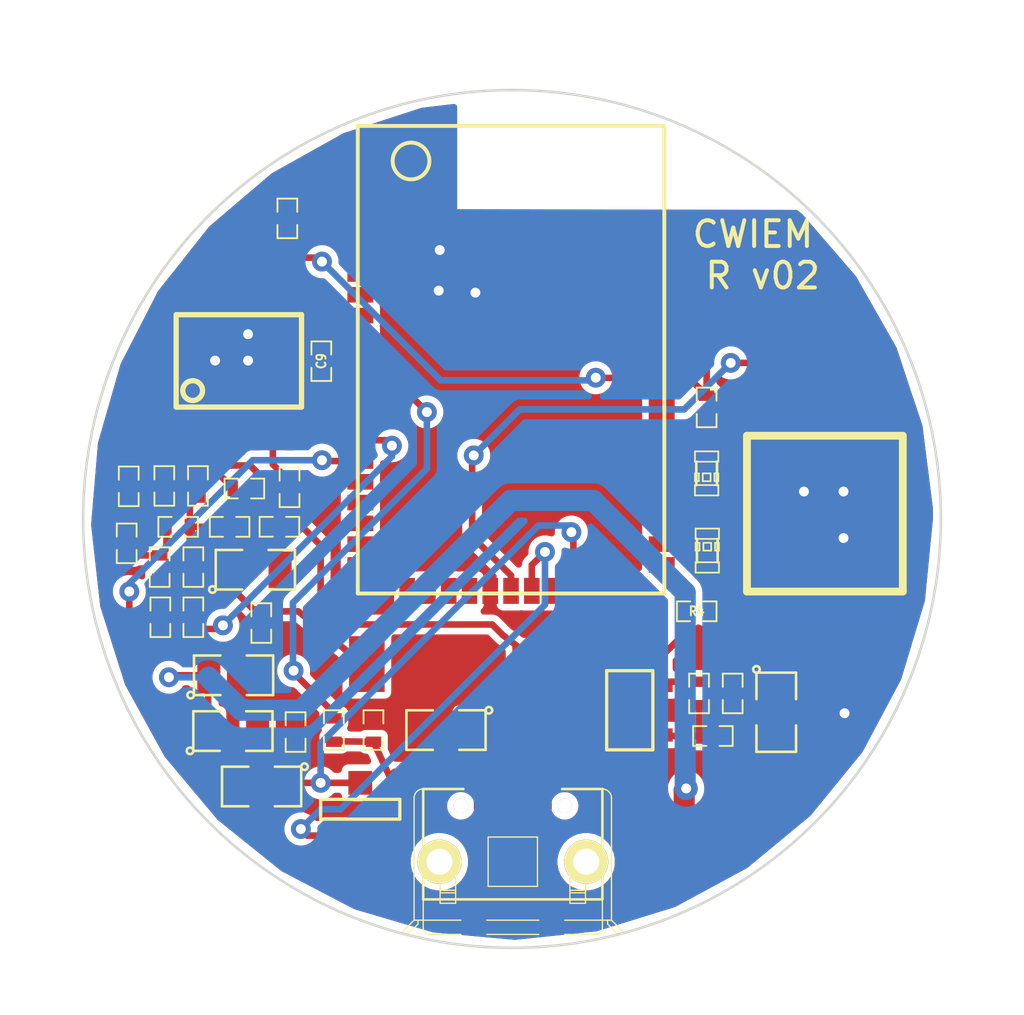
<source format=kicad_pcb>
(kicad_pcb (version 3) (host pcbnew "(2013-07-07 BZR 4022)-stable")
  (layers (15 F.Cu signal) (0 B.Cu signal) (19 F.Paste user) (21 F.SilkS user) (22 B.Mask user) (23 F.Mask user) (28 Edge.Cuts user))
  (net 0 "")
  (net 1 3.3V)
  (net 2 5V_USB)
  (net 3 AIO_1)
  (net 4 CHG_EXT)
  (net 5 GND)
  (net 6 N-0000032)
  (net 7 N-0000033)
  (net 8 N-0000047)
  (net 9 N-0000048)
  (net 10 N-0000049)
  (net 11 N-0000050)
  (net 12 N-0000051)
  (net 13 N-0000052)
  (net 14 N-0000053)
  (net 15 N-0000054)
  (net 16 N-0000055)
  (net 17 N-000006)
  (net 18 N-0000060)
  (net 19 N-0000061)
  (net 20 N-0000062)
  (net 21 N-000007)
  (net 22 N-0000070)
  (net 23 N-0000071)
  (net 24 SPKR_RN)
  (net 25 SPKR_RP)
  (net 26 VBAT)
  (net 27 VBAT_SENSE)
  (net 28 VREGEN)
  (module wbfk_pad (layer F.Cu) (at 198.882 137.414 90)
    (fp_text reference P7 hide)
    (fp_text value CONN_1 hide)
    (pad 1 smd rect (at 0 0 90) (size 1 1.5) (layers F.Cu F.Paste F.Mask) (net 18 N-0000060) (clearance 0.05))
  )
  (module wbfk_pad (layer F.Cu) (at 198.882 139.192 90)
    (fp_text reference P8 hide)
    (fp_text value CONN_1 hide)
    (pad 1 smd rect (at 0 0 90) (size 1 1.5) (layers F.Cu F.Paste F.Mask) (net 5 GND) (clearance 0.05))
  )
  (module TSSOP14 (layer F.Cu) (at 187.6044 125.9967)
    (fp_text reference U2 hide)
    (fp_text value TI_TPA6138A2 hide)
    (pad 1 smd rect (at -1.9304 2.794) (size 0.29972 1.30048) (layers F.Cu F.Paste F.Mask) (net 11 N-0000050))
    (pad 2 smd rect (at -1.2954 2.794) (size 0.29972 1.30048) (layers F.Cu F.Paste F.Mask) (net 19 N-0000061))
    (pad 3 smd rect (at -0.635 2.794) (size 0.29972 1.30048) (layers F.Cu F.Paste F.Mask) (net 20 N-0000062))
    (pad 4 smd rect (at 0 2.794) (size 0.29972 1.30048) (layers F.Cu F.Paste F.Mask) (net 5 GND))
    (pad 5 smd rect (at 0.6604 2.794) (size 0.29972 1.30048) (layers F.Cu F.Paste F.Mask))
    (pad 6 smd rect (at 1.3081 2.794) (size 0.29972 1.30048) (layers F.Cu F.Paste F.Mask) (net 16 N-0000055))
    (pad 7 smd rect (at 1.9558 2.794) (size 0.29972 1.30048) (layers F.Cu F.Paste F.Mask) (net 15 N-0000054))
    (pad 8 smd rect (at 1.9558 -2.794) (size 0.29972 1.30048) (layers F.Cu F.Paste F.Mask) (net 14 N-0000053))
    (pad 9 smd rect (at 1.3081 -2.794) (size 0.29972 1.30048) (layers F.Cu F.Paste F.Mask) (net 1 3.3V))
    (pad 10 smd rect (at 0.6604 -2.794) (size 0.29972 1.30048) (layers F.Cu F.Paste F.Mask) (net 5 GND))
    (pad 11 smd rect (at 0 -2.794) (size 0.29972 1.30048) (layers F.Cu F.Paste F.Mask))
    (pad 12 smd rect (at -0.6477 -2.794) (size 0.29972 1.30048) (layers F.Cu F.Paste F.Mask))
    (pad 13 smd rect (at -1.2954 -2.794) (size 0.29972 1.30048) (layers F.Cu F.Paste F.Mask))
    (pad 14 smd rect (at -1.9431 -2.794) (size 0.29972 1.30048) (layers F.Cu F.Paste F.Mask))
  )
  (module SW_PUSH_SMD (layer F.Cu) (at 210.16468 131.8768 90)
    (fp_text reference SW1 hide)
    (fp_text value SW_PUSH_SMALL hide)
    (pad 1 smd rect (at -3.99796 -2.2479 90) (size 1.5494 1.2954) (layers F.Cu F.Paste F.Mask) (net 28 VREGEN))
    (pad 1 smd rect (at 3.99796 -2.2479 90) (size 1.5494 1.2954) (layers F.Cu F.Paste F.Mask) (net 28 VREGEN))
    (pad 2 smd rect (at 3.99796 2.2479 90) (size 1.5494 1.2954) (layers F.Cu F.Paste F.Mask) (net 1 3.3V))
    (pad 2 smd rect (at -3.99796 2.2479 90) (size 1.5494 1.2954) (layers F.Cu F.Paste F.Mask) (net 1 3.3V))
  )
  (module SOT23EBC (layer F.Cu) (at 192.278 143.256 180)
    (fp_text reference Q3 hide)
    (fp_text value PNP hide)
    (pad 1 smd rect (at -0.889 -1.016 180) (size 0.9144 0.9144) (layers F.Cu F.Paste F.Mask) (net 2 5V_USB))
    (pad 2 smd rect (at 0.889 -1.016 180) (size 0.9144 0.9144) (layers F.Cu F.Paste F.Mask) (net 4 CHG_EXT))
    (pad 3 smd rect (at 0 1.016 180) (size 0.9144 0.9144) (layers F.Cu F.Paste F.Mask) (net 27 VBAT_SENSE))
  )
  (module SOT23-5 (layer F.Cu) (at 202.6539 139.446 270)
    (fp_text reference U3 hide)
    (fp_text value TPS73601DBVR hide)
    (pad 1 smd rect (at -0.9525 1.27 270) (size 0.508 0.762) (layers F.Cu F.Paste F.Mask) (net 26 VBAT))
    (pad 3 smd rect (at 0.9525 1.27 270) (size 0.508 0.762) (layers F.Cu F.Paste F.Mask) (net 26 VBAT))
    (pad 5 smd rect (at -0.9525 -1.27 270) (size 0.508 0.762) (layers F.Cu F.Paste F.Mask) (net 1 3.3V))
    (pad 2 smd rect (at 0 1.27 270) (size 0.508 0.762) (layers F.Cu F.Paste F.Mask) (net 5 GND))
    (pad 4 smd rect (at 0.9525 -1.27 270) (size 0.508 0.762) (layers F.Cu F.Paste F.Mask) (net 23 N-0000071))
  )
  (module SM0805 (layer F.Cu) (at 195.58 140.208 180)
    (fp_text reference C18 hide)
    (fp_text value 10uF hide)
    (pad 1 smd rect (at -0.9525 0 180) (size 0.889 1.397) (layers F.Cu F.Paste F.Mask) (net 2 5V_USB))
    (pad 2 smd rect (at 0.9525 0 180) (size 0.889 1.397) (layers F.Cu F.Paste F.Mask) (net 5 GND))
  )
  (module SM0805 (layer F.Cu) (at 188.2394 134.0358)
    (fp_text reference R18 hide)
    (fp_text value 20 hide)
    (pad 1 smd rect (at -0.9525 0) (size 0.889 1.397) (layers F.Cu F.Paste F.Mask) (net 12 N-0000051))
    (pad 2 smd rect (at 0.9525 0) (size 0.889 1.397) (layers F.Cu F.Paste F.Mask) (net 20 N-0000062))
  )
  (module SM0805 (layer F.Cu) (at 188.4807 142.3797 180)
    (fp_text reference R28 hide)
    (fp_text value 2 hide)
    (pad 1 smd rect (at -0.9525 0 180) (size 0.889 1.397) (layers F.Cu F.Paste F.Mask) (net 27 VBAT_SENSE))
    (pad 2 smd rect (at 0.9525 0 180) (size 0.889 1.397) (layers F.Cu F.Paste F.Mask) (net 26 VBAT))
  )
  (module SM0805 (layer F.Cu) (at 187.3758 140.2461)
    (fp_text reference R29 hide)
    (fp_text value 0.15 hide)
    (pad 1 smd rect (at -0.9525 0) (size 0.889 1.397) (layers F.Cu F.Paste F.Mask) (net 26 VBAT))
    (pad 2 smd rect (at 0.9525 0) (size 0.889 1.397) (layers F.Cu F.Paste F.Mask) (net 22 N-0000070))
  )
  (module SM0805 (layer F.Cu) (at 187.4012 138.0998)
    (fp_text reference C1 hide)
    (fp_text value 10uF hide)
    (pad 1 smd rect (at -0.9525 0) (size 0.889 1.397) (layers F.Cu F.Paste F.Mask) (net 26 VBAT))
    (pad 2 smd rect (at 0.9525 0) (size 0.889 1.397) (layers F.Cu F.Paste F.Mask) (net 5 GND))
  )
  (module SM0805 (layer F.Cu) (at 208.2927 139.5222 270)
    (fp_text reference C3 hide)
    (fp_text value 10uF hide)
    (pad 1 smd rect (at -0.9525 0 270) (size 0.889 1.397) (layers F.Cu F.Paste F.Mask) (net 1 3.3V))
    (pad 2 smd rect (at 0.9525 0 270) (size 0.889 1.397) (layers F.Cu F.Paste F.Mask) (net 5 GND))
  )
  (module SM0402_r (layer F.Cu) (at 185.8518 133.9342 270)
    (fp_text reference R15 hide)
    (fp_text value 15k hide)
    (pad 1 smd rect (at -0.44958 0 270) (size 0.39878 0.59944) (layers F.Cu F.Paste F.Mask) (net 13 N-0000052))
    (pad 2 smd rect (at 0.44958 0 270) (size 0.39878 0.59944) (layers F.Cu F.Paste F.Mask) (net 10 N-0000049))
  )
  (module SM0402_r (layer F.Cu) (at 184.5564 133.9342 270)
    (fp_text reference R13 hide)
    (fp_text value 15k hide)
    (pad 1 smd rect (at -0.44958 0 270) (size 0.39878 0.59944) (layers F.Cu F.Paste F.Mask) (net 8 N-0000047))
    (pad 2 smd rect (at 0.44958 0 270) (size 0.39878 0.59944) (layers F.Cu F.Paste F.Mask) (net 9 N-0000048))
  )
  (module SM0402_r (layer F.Cu) (at 205.3209 138.7983 270)
    (fp_text reference R1 hide)
    (fp_text value 52.3k hide)
    (pad 1 smd rect (at -0.44958 0 270) (size 0.39878 0.59944) (layers F.Cu F.Paste F.Mask) (net 1 3.3V))
    (pad 2 smd rect (at 0.44958 0 270) (size 0.39878 0.59944) (layers F.Cu F.Paste F.Mask) (net 23 N-0000071))
  )
  (module SM0402_r (layer F.Cu) (at 186.0296 130.81 270)
    (fp_text reference R16 hide)
    (fp_text value 43k hide)
    (pad 1 smd rect (at -0.44958 0 270) (size 0.39878 0.59944) (layers F.Cu F.Paste F.Mask) (net 19 N-0000061))
    (pad 2 smd rect (at 0.44958 0 270) (size 0.39878 0.59944) (layers F.Cu F.Paste F.Mask) (net 13 N-0000052))
  )
  (module SM0402_r (layer F.Cu) (at 183.2864 133.0198 270)
    (fp_text reference R12 hide)
    (fp_text value 30.1k hide)
    (pad 1 smd rect (at -0.44958 0 270) (size 0.39878 0.59944) (layers F.Cu F.Paste F.Mask) (net 5 GND))
    (pad 2 smd rect (at 0.44958 0 270) (size 0.39878 0.59944) (layers F.Cu F.Paste F.Mask) (net 8 N-0000047))
  )
  (module SM0402_r (layer F.Cu) (at 191.262 140.208 270)
    (fp_text reference R27 hide)
    (fp_text value 10k hide)
    (pad 1 smd rect (at -0.44958 0 270) (size 0.39878 0.59944) (layers F.Cu F.Paste F.Mask) (net 3 AIO_1))
    (pad 2 smd rect (at 0.44958 0 270) (size 0.39878 0.59944) (layers F.Cu F.Paste F.Mask) (net 2 5V_USB))
  )
  (module SM0402_r (layer F.Cu) (at 205.8543 140.4366)
    (fp_text reference R2 hide)
    (fp_text value 30.1k hide)
    (pad 1 smd rect (at -0.44958 0) (size 0.39878 0.59944) (layers F.Cu F.Paste F.Mask) (net 23 N-0000071))
    (pad 2 smd rect (at 0.44958 0) (size 0.39878 0.59944) (layers F.Cu F.Paste F.Mask) (net 5 GND))
  )
  (module SM0402_r (layer F.Cu) (at 184.7342 130.81 270)
    (fp_text reference R14 hide)
    (fp_text value 43k hide)
    (pad 1 smd rect (at -0.44958 0 270) (size 0.39878 0.59944) (layers F.Cu F.Paste F.Mask) (net 11 N-0000050))
    (pad 2 smd rect (at 0.44958 0 270) (size 0.39878 0.59944) (layers F.Cu F.Paste F.Mask) (net 8 N-0000047))
  )
  (module SM0402_r (layer F.Cu) (at 205.232 135.636 180)
    (fp_text reference R4 (at 0 0 180) (layer F.SilkS) (effects (font (size 0.35052 0.3048) (thickness 0.07112))))
    (fp_text value 240 hide)
    (pad 1 smd rect (at -0.44958 0 180) (size 0.39878 0.59944) (layers F.Cu F.Paste F.Mask) (net 7 N-0000033))
    (pad 2 smd rect (at 0.44958 0 180) (size 0.39878 0.59944) (layers F.Cu F.Paste F.Mask) (net 1 3.3V))
  )
  (module SM0402_r (layer F.Cu) (at 205.613 127.7874 90)
    (fp_text reference R3 hide)
    (fp_text value 240 hide)
    (pad 1 smd rect (at -0.44958 0 90) (size 0.39878 0.59944) (layers F.Cu F.Paste F.Mask) (net 6 N-0000032))
    (pad 2 smd rect (at 0.44958 0 90) (size 0.39878 0.59944) (layers F.Cu F.Paste F.Mask) (net 1 3.3V))
  )
  (module SM0402_r (layer F.Cu) (at 187.2488 132.3848 180)
    (fp_text reference R17 hide)
    (fp_text value 30.1k hide)
    (pad 1 smd rect (at -0.44958 0 180) (size 0.39878 0.59944) (layers F.Cu F.Paste F.Mask) (net 20 N-0000062))
    (pad 2 smd rect (at 0.44958 0 180) (size 0.39878 0.59944) (layers F.Cu F.Paste F.Mask) (net 13 N-0000052))
  )
  (module SM0402_c (layer F.Cu) (at 189.1665 132.38226)
    (fp_text reference C16 hide)
    (fp_text value 1.5uF hide)
    (pad 1 smd rect (at -0.44958 0) (size 0.39878 0.59944) (layers F.Cu F.Paste F.Mask) (net 20 N-0000062))
    (pad 2 smd rect (at 0.44958 0) (size 0.39878 0.59944) (layers F.Cu F.Paste F.Mask) (net 18 N-0000060))
  )
  (module SM0402_c (layer F.Cu) (at 192.786 140.208 90)
    (fp_text reference C19 hide)
    (fp_text value 0.1uF hide)
    (pad 1 smd rect (at -0.44958 0 90) (size 0.39878 0.59944) (layers F.Cu F.Paste F.Mask) (net 2 5V_USB))
    (pad 2 smd rect (at 0.44958 0 90) (size 0.39878 0.59944) (layers F.Cu F.Paste F.Mask) (net 5 GND))
  )
  (module SM0402_c (layer F.Cu) (at 206.6163 138.7983 270)
    (fp_text reference C2 hide)
    (fp_text value 1uF hide)
    (pad 1 smd rect (at -0.44958 0 270) (size 0.39878 0.59944) (layers F.Cu F.Paste F.Mask) (net 1 3.3V))
    (pad 2 smd rect (at 0.44958 0 270) (size 0.39878 0.59944) (layers F.Cu F.Paste F.Mask) (net 23 N-0000071))
  )
  (module SM0402_c (layer F.Cu) (at 189.7888 140.2842 90)
    (fp_text reference C20 hide)
    (fp_text value 4.7uF hide)
    (pad 1 smd rect (at -0.44958 0 90) (size 0.39878 0.59944) (layers F.Cu F.Paste F.Mask) (net 22 N-0000070))
    (pad 2 smd rect (at 0.44958 0 90) (size 0.39878 0.59944) (layers F.Cu F.Paste F.Mask) (net 5 GND))
  )
  (module SM0402_c (layer F.Cu) (at 189.55512 130.86334 270)
    (fp_text reference C12 hide)
    (fp_text value 1.0uF hide)
    (pad 1 smd rect (at -0.44958 0 270) (size 0.39878 0.59944) (layers F.Cu F.Paste F.Mask) (net 16 N-0000055))
    (pad 2 smd rect (at 0.44958 0 270) (size 0.39878 0.59944) (layers F.Cu F.Paste F.Mask) (net 5 GND))
  )
  (module SM0402_c (layer F.Cu) (at 187.81776 130.90906)
    (fp_text reference C15 hide)
    (fp_text value 47pF hide)
    (pad 1 smd rect (at -0.44958 0) (size 0.39878 0.59944) (layers F.Cu F.Paste F.Mask) (net 19 N-0000061))
    (pad 2 smd rect (at 0.44958 0) (size 0.39878 0.59944) (layers F.Cu F.Paste F.Mask) (net 20 N-0000062))
  )
  (module SM0402_c (layer F.Cu) (at 188.468 136.08812 270)
    (fp_text reference C17 hide)
    (fp_text value 3.3uF hide)
    (pad 1 smd rect (at -0.44958 0 270) (size 0.39878 0.59944) (layers F.Cu F.Paste F.Mask) (net 12 N-0000051))
    (pad 2 smd rect (at 0.44958 0 270) (size 0.39878 0.59944) (layers F.Cu F.Paste F.Mask) (net 5 GND))
  )
  (module SM0402_c (layer F.Cu) (at 183.36514 130.82524 270)
    (fp_text reference C10 hide)
    (fp_text value 47pF hide)
    (pad 1 smd rect (at -0.44958 0 270) (size 0.39878 0.59944) (layers F.Cu F.Paste F.Mask) (net 11 N-0000050))
    (pad 2 smd rect (at 0.44958 0 270) (size 0.39878 0.59944) (layers F.Cu F.Paste F.Mask) (net 5 GND))
  )
  (module SM0402_c (layer F.Cu) (at 184.5818 135.8646 90)
    (fp_text reference C11 hide)
    (fp_text value 0.1uF hide)
    (pad 1 smd rect (at -0.44958 0 90) (size 0.39878 0.59944) (layers F.Cu F.Paste F.Mask) (net 25 SPKR_RP))
    (pad 2 smd rect (at 0.44958 0 90) (size 0.39878 0.59944) (layers F.Cu F.Paste F.Mask) (net 9 N-0000048))
  )
  (module SM0402_c (layer F.Cu) (at 185.8518 135.8646 90)
    (fp_text reference C14 hide)
    (fp_text value 0.1uF hide)
    (pad 1 smd rect (at -0.44958 0 90) (size 0.39878 0.59944) (layers F.Cu F.Paste F.Mask) (net 24 SPKR_RN))
    (pad 2 smd rect (at 0.44958 0 90) (size 0.39878 0.59944) (layers F.Cu F.Paste F.Mask) (net 10 N-0000049))
  )
  (module SM0402_c (layer F.Cu) (at 185.2676 132.3848 180)
    (fp_text reference C13 hide)
    (fp_text value 180pF hide)
    (pad 1 smd rect (at -0.44958 0 180) (size 0.39878 0.59944) (layers F.Cu F.Paste F.Mask) (net 13 N-0000052))
    (pad 2 smd rect (at 0.44958 0 180) (size 0.39878 0.59944) (layers F.Cu F.Paste F.Mask) (net 8 N-0000047))
  )
  (module SM0402_c (layer F.Cu) (at 189.4713 120.5103 90)
    (fp_text reference C6 hide)
    (fp_text value 1.0uF hide)
    (pad 1 smd rect (at -0.44958 0 90) (size 0.39878 0.59944) (layers F.Cu F.Paste F.Mask) (net 1 3.3V))
    (pad 2 smd rect (at 0.44958 0 90) (size 0.39878 0.59944) (layers F.Cu F.Paste F.Mask) (net 5 GND))
  )
  (module SM0402_c (layer F.Cu) (at 190.7794 126.00686 270)
    (fp_text reference C9 (at 0 0 270) (layer F.SilkS) (effects (font (size 0.35052 0.3048) (thickness 0.07112))))
    (fp_text value 1.0uF hide)
    (pad 1 smd rect (at -0.44958 0 270) (size 0.39878 0.59944) (layers F.Cu F.Paste F.Mask) (net 14 N-0000053))
    (pad 2 smd rect (at 0.44958 0 270) (size 0.39878 0.59944) (layers F.Cu F.Paste F.Mask) (net 15 N-0000054))
  )
  (module LED-0603 (layer F.Cu) (at 205.613 130.3274 270)
    (fp_text reference D2 hide)
    (fp_text value LED hide)
    (pad 1 smd rect (at -0.7493 0 270) (size 0.79756 0.79756) (layers F.Cu F.Paste F.Mask) (net 6 N-0000032))
    (pad 2 smd rect (at 0.7493 0 270) (size 0.79756 0.79756) (layers F.Cu F.Paste F.Mask) (net 17 N-000006))
  )
  (module LED-0603 (layer F.Cu) (at 205.6384 133.2992 90)
    (fp_text reference D3 hide)
    (fp_text value LED hide)
    (pad 1 smd rect (at -0.7493 0 90) (size 0.79756 0.79756) (layers F.Cu F.Paste F.Mask) (net 7 N-0000033))
    (pad 2 smd rect (at 0.7493 0 90) (size 0.79756 0.79756) (layers F.Cu F.Paste F.Mask) (net 21 N-000007))
  )
  (module ci_pad (layer F.Cu) (at 192.532 137.668)
    (fp_text reference P9 hide)
    (fp_text value CONN_1 hide)
    (pad 1 smd rect (at 0 0) (size 1.37 2.15) (layers F.Cu F.Paste F.Mask) (net 12 N-0000051) (clearance 0.05))
  )
  (module ci_pad (layer F.Cu) (at 196.088 137.668)
    (fp_text reference P12 hide)
    (fp_text value CONN_1 hide)
    (pad 1 smd rect (at 0 0) (size 1.37 2.15) (layers F.Cu F.Paste F.Mask) (net 5 GND) (clearance 0.05))
  )
  (module BC127 (layer F.Cu) (at 192.28308 117.85092)
    (fp_text reference U1 hide)
    (fp_text value BC127 hide)
    (pad 1 smd rect (at 0 0) (size 1 0.6) (layers F.Cu F.Paste F.Mask) (net 5 GND) (clearance 0.05))
    (pad 2 smd rect (at 0 0.8) (size 1 0.6) (layers F.Cu F.Paste F.Mask) (net 5 GND) (clearance 0.05))
    (pad 3 smd rect (at 0 1.6) (size 1 0.6) (layers F.Cu F.Paste F.Mask) (net 5 GND) (clearance 0.05))
    (pad 4 smd rect (at 0 2.4) (size 1 0.6) (layers F.Cu F.Paste F.Mask) (net 5 GND) (clearance 0.05))
    (pad 5 smd rect (at 0 3.2) (size 1 0.6) (layers F.Cu F.Paste F.Mask) (clearance 0.05))
    (pad 6 smd rect (at 0 4) (size 1 0.6) (layers F.Cu F.Paste F.Mask) (clearance 0.05))
    (pad 7 smd rect (at 0 4.8) (size 1 0.6) (layers F.Cu F.Paste F.Mask) (clearance 0.05))
    (pad 8 smd rect (at 0 5.6) (size 1 0.6) (layers F.Cu F.Paste F.Mask) (clearance 0.05))
    (pad 9 smd rect (at 0 6.4) (size 1 0.6) (layers F.Cu F.Paste F.Mask) (clearance 0.05))
    (pad 10 smd rect (at 0 7.2) (size 1 0.6) (layers F.Cu F.Paste F.Mask) (clearance 0.05))
    (pad 11 smd rect (at 0 8) (size 1 0.6) (layers F.Cu F.Paste F.Mask) (net 5 GND) (clearance 0.05))
    (pad 12 smd rect (at 0 8.8) (size 1 0.6) (layers F.Cu F.Paste F.Mask) (net 3 AIO_1) (clearance 0.05))
    (pad 13 smd rect (at 0 9.6) (size 1 0.6) (layers F.Cu F.Paste F.Mask) (clearance 0.05))
    (pad 14 smd rect (at 0 10.4) (size 1 0.6) (layers F.Cu F.Paste F.Mask) (clearance 0.05))
    (pad 15 smd rect (at 0 11.2) (size 1 0.6) (layers F.Cu F.Paste F.Mask) (net 24 SPKR_RN) (clearance 0.05))
    (pad 16 smd rect (at 0 12) (size 1 0.6) (layers F.Cu F.Paste F.Mask) (net 25 SPKR_RP) (clearance 0.05))
    (pad 17 smd rect (at 0 12.8) (size 1 0.6) (layers F.Cu F.Paste F.Mask) (clearance 0.05))
    (pad 18 smd rect (at 0 13.6) (size 1 0.6) (layers F.Cu F.Paste F.Mask) (clearance 0.05))
    (pad 19 smd rect (at 0 14.4) (size 1 0.6) (layers F.Cu F.Paste F.Mask) (clearance 0.05))
    (pad 20 smd rect (at 0 15.2) (size 1 0.6) (layers F.Cu F.Paste F.Mask) (clearance 0.05))
    (pad 21 smd rect (at 0 16) (size 1 0.6) (layers F.Cu F.Paste F.Mask) (clearance 0.05))
    (pad 22 smd rect (at 1 17 90) (size 1 0.6) (layers F.Cu F.Paste F.Mask) (net 5 GND) (clearance 0.05))
    (pad 23 smd rect (at 1.8 17 90) (size 1 0.6) (layers F.Cu F.Paste F.Mask) (clearance 0.05))
    (pad 24 smd rect (at 2.6 17 90) (size 1 0.6) (layers F.Cu F.Paste F.Mask) (clearance 0.05))
    (pad 25 smd rect (at 3.4 17 90) (size 1 0.6) (layers F.Cu F.Paste F.Mask))
    (pad 26 smd rect (at 4.2 17 90) (size 1 0.6) (layers F.Cu F.Paste F.Mask))
    (pad 27 smd rect (at 5 17 90) (size 1 0.6) (layers F.Cu F.Paste F.Mask) (net 5 GND))
    (pad 28 smd rect (at 5.8 17 90) (size 1 0.6) (layers F.Cu F.Paste F.Mask) (net 28 VREGEN))
    (pad 29 smd rect (at 6.6 17 90) (size 1 0.6) (layers F.Cu F.Paste F.Mask) (net 4 CHG_EXT))
    (pad 30 smd rect (at 7.4 17 90) (size 1 0.6) (layers F.Cu F.Paste F.Mask))
    (pad 31 smd rect (at 8.2 17 90) (size 1 0.6) (layers F.Cu F.Paste F.Mask) (net 27 VBAT_SENSE))
    (pad 32 smd rect (at 9 17 90) (size 1 0.6) (layers F.Cu F.Paste F.Mask) (net 26 VBAT))
    (pad 33 smd rect (at 9.8 17 90) (size 1 0.6) (layers F.Cu F.Paste F.Mask) (net 1 3.3V))
    (pad 34 smd rect (at 10.6 17 90) (size 1 0.6) (layers F.Cu F.Paste F.Mask))
    (pad 35 smd rect (at 11.6 16) (size 1 0.6) (layers F.Cu F.Paste F.Mask))
    (pad 36 smd rect (at 11.6 15.2) (size 1 0.6) (layers F.Cu F.Paste F.Mask))
    (pad 37 smd rect (at 11.6 14.4) (size 1 0.6) (layers F.Cu F.Paste F.Mask) (net 21 N-000007))
    (pad 38 smd rect (at 11.6 13.6) (size 1 0.6) (layers F.Cu F.Paste F.Mask) (net 17 N-000006))
    (pad 39 smd rect (at 11.6 12.8) (size 1 0.6) (layers F.Cu F.Paste F.Mask))
    (pad 40 smd rect (at 11.6 12) (size 1 0.6) (layers F.Cu F.Paste F.Mask))
    (pad 41 smd rect (at 11.6 11.2) (size 1 0.6) (layers F.Cu F.Paste F.Mask))
    (pad 42 smd rect (at 11.6 10.4) (size 1 0.6) (layers F.Cu F.Paste F.Mask))
    (pad 43 smd rect (at 11.6 9.6) (size 1 0.6) (layers F.Cu F.Paste F.Mask))
    (pad 44 smd rect (at 11.6 8.8) (size 1 0.6) (layers F.Cu F.Paste F.Mask) (net 1 3.3V))
    (pad 45 smd rect (at 11.6 8) (size 1 0.6) (layers F.Cu F.Paste F.Mask))
    (pad 46 smd rect (at 11.6 7.2) (size 1 0.6) (layers F.Cu F.Paste F.Mask))
    (pad 47 smd rect (at 11.6 6.4) (size 1 0.6) (layers F.Cu F.Paste F.Mask))
    (pad 48 smd rect (at 11.6 5.6) (size 1 0.6) (layers F.Cu F.Paste F.Mask))
    (pad 49 smd rect (at 11.6 4.8) (size 1 0.6) (layers F.Cu F.Paste F.Mask))
    (pad 50 smd rect (at 11.6 4) (size 1 0.6) (layers F.Cu F.Paste F.Mask))
    (pad 51 smd rect (at 11.6 3.2) (size 1 0.6) (layers F.Cu F.Paste F.Mask))
  )
  (module "BA Driver Pad" (layer F.Cu) (at 204.7494 144.3609)
    (fp_text reference P1 hide)
    (fp_text value CONN_1 hide)
    (pad 1 smd rect (at 0 0) (size 1.1 1.2) (layers F.Cu F.Paste F.Mask) (net 26 VBAT) (clearance 0.05))
  )
  (module "BA Driver Pad" (layer F.Cu) (at 206.8068 142.9893)
    (fp_text reference P2 hide)
    (fp_text value CONN_1 hide)
    (pad 1 smd rect (at 0 0) (size 1.1 1.2) (layers F.Cu F.Paste F.Mask) (net 5 GND) (clearance 0.05))
  )
  (module AB2_USB_MICRO_SMD (layer F.Cu) (at 198.15048 148.02612)
    (fp_text reference J1 hide)
    (fp_text value USB hide)
    (pad 1 smd rect (at -1.3 -5.425) (size 0.4 1.35) (layers F.Cu F.Paste F.Mask) (net 2 5V_USB))
    (pad 2 smd rect (at -0.65 -5.425) (size 0.4 1.35) (layers F.Cu F.Paste F.Mask))
    (pad 3 smd rect (at 0 -5.425) (size 0.4 1.35) (layers F.Cu F.Paste F.Mask))
    (pad 4 smd rect (at 0.65 -5.425) (size 0.4 1.35) (layers F.Cu F.Paste F.Mask) (net 5 GND))
    (pad 5 smd rect (at 1.3 -5.425) (size 0.4 1.35) (layers F.Cu F.Paste F.Mask))
    (pad 6 thru_hole circle (at -2.825 -2.75) (size 1.7 1.7) (drill 1) (layers *.Cu *.Mask F.SilkS))
    (pad 6 thru_hole circle (at 2.825 -2.75) (size 1.7 1.7) (drill 1) (layers *.Cu *.Mask F.SilkS))
    (pad "" thru_hole circle (at -2 -4.9) (size 0.55 0.55) (drill 0.55) (layers *.Cu *.Mask F.SilkS))
    (pad "" thru_hole circle (at 1.99898 -4.9) (size 0.55 0.55) (drill 0.55) (layers *.Cu *.Mask F.SilkS))
  )
  (gr_text "CWIEM \nR v02" (at 207.772 121.92) (layer F.SilkS) (effects (font (size 0.992 0.992) (thickness 0.1524))))
  (gr_circle (center 198.12 132.08) (end 214.63 132.08) (layer Edge.Cuts) (width 0.1))
  (segment (start 212.41258 135.87476) (end 212.41258 127.87884) (width 0.254) (layer F.Cu) (net 1))
  (segment (start 212.41258 127.87884) (end 212.41258 127.2286) (width 0.254) (layer F.Cu) (net 1))
  (segment (start 205.613 125.57506) (end 205.613 127.33782) (width 0.254) (layer F.Cu) (net 1))
  (segment (start 206.248 124.94006) (end 205.613 125.57506) (width 0.254) (layer F.Cu) (net 1))
  (segment (start 210.12404 124.94006) (end 206.248 124.94006) (width 0.254) (layer F.Cu) (net 1))
  (segment (start 212.41258 127.2286) (end 210.12404 124.94006) (width 0.254) (layer F.Cu) (net 1))
  (segment (start 203.88308 126.65092) (end 201.35232 126.65092) (width 0.254) (layer F.Cu) (net 1))
  (segment (start 188.91504 122.0216) (end 188.9125 122.02414) (width 0.254) (layer F.Cu) (net 1))
  (segment (start 190.6524 122.0216) (end 188.91504 122.0216) (width 0.254) (layer F.Cu) (net 1))
  (segment (start 190.8048 122.174) (end 190.6524 122.0216) (width 0.254) (layer F.Cu) (net 1))
  (via (at 190.8048 122.174) (size 0.762) (layers F.Cu B.Cu) (net 1))
  (segment (start 195.3768 126.746) (end 190.8048 122.174) (width 0.254) (layer B.Cu) (net 1))
  (segment (start 201.2442 126.746) (end 195.3768 126.746) (width 0.254) (layer B.Cu) (net 1))
  (segment (start 201.3458 126.6444) (end 201.2442 126.746) (width 0.254) (layer B.Cu) (net 1))
  (via (at 201.3458 126.6444) (size 0.762) (layers F.Cu B.Cu) (net 1))
  (segment (start 201.35232 126.65092) (end 201.3458 126.6444) (width 0.254) (layer F.Cu) (net 1))
  (segment (start 203.9239 137.3251) (end 203.8985 137.3251) (width 0.254) (layer F.Cu) (net 1))
  (segment (start 203.8985 137.3251) (end 202.08308 135.50968) (width 0.254) (layer F.Cu) (net 1))
  (segment (start 202.08308 135.50968) (end 202.08308 134.85092) (width 0.254) (layer F.Cu) (net 1))
  (segment (start 203.9239 138.4935) (end 203.9239 137.3251) (width 0.254) (layer F.Cu) (net 1))
  (segment (start 203.9239 137.3251) (end 204.78242 136.46658) (width 0.254) (layer F.Cu) (net 1))
  (segment (start 204.78242 136.46658) (end 204.78242 135.636) (width 0.254) (layer F.Cu) (net 1))
  (segment (start 205.3209 138.34872) (end 204.06868 138.34872) (width 0.254) (layer F.Cu) (net 1))
  (segment (start 204.06868 138.34872) (end 203.9239 138.4935) (width 0.254) (layer F.Cu) (net 1))
  (segment (start 205.3209 138.34872) (end 206.6163 138.34872) (width 0.254) (layer F.Cu) (net 1))
  (segment (start 208.2927 138.5697) (end 207.4164 138.5697) (width 0.254) (layer F.Cu) (net 1))
  (segment (start 207.19542 138.34872) (end 206.6163 138.34872) (width 0.254) (layer F.Cu) (net 1))
  (segment (start 207.4164 138.5697) (end 207.19542 138.34872) (width 0.254) (layer F.Cu) (net 1))
  (segment (start 212.41258 135.87476) (end 212.41258 136.58342) (width 0.254) (layer F.Cu) (net 1))
  (segment (start 210.4263 138.5697) (end 208.2927 138.5697) (width 0.254) (layer F.Cu) (net 1))
  (segment (start 212.41258 136.58342) (end 210.4263 138.5697) (width 0.254) (layer F.Cu) (net 1))
  (segment (start 205.613 127.33782) (end 205.613 127.3302) (width 0.254) (layer F.Cu) (net 1))
  (segment (start 205.613 127.3302) (end 204.93372 126.65092) (width 0.254) (layer F.Cu) (net 1))
  (segment (start 204.93372 126.65092) (end 203.88308 126.65092) (width 0.254) (layer F.Cu) (net 1))
  (segment (start 189.4713 120.95988) (end 189.4713 121.46534) (width 0.254) (layer F.Cu) (net 1))
  (segment (start 189.4713 121.46534) (end 188.9125 122.02414) (width 0.254) (layer F.Cu) (net 1))
  (segment (start 188.9125 122.02414) (end 188.9125 123.2027) (width 0.254) (layer F.Cu) (net 1))
  (segment (start 193.20256 143.8021) (end 195.06692 141.93774) (width 0.508) (layer F.Cu) (net 2))
  (segment (start 195.06692 141.93774) (end 195.326 141.93774) (width 0.508) (layer F.Cu) (net 2))
  (segment (start 193.1924 143.8021) (end 193.20256 143.8021) (width 0.508) (layer F.Cu) (net 2))
  (segment (start 195.326 141.93774) (end 193.65214 141.93774) (width 0.508) (layer F.Cu) (net 2))
  (segment (start 195.83146 141.93774) (end 196.1871 141.93774) (width 0.254) (layer F.Cu) (net 2))
  (segment (start 195.326 141.93774) (end 195.83146 141.93774) (width 0.508) (layer F.Cu) (net 2))
  (segment (start 196.1871 141.93774) (end 196.85048 142.60112) (width 0.254) (layer F.Cu) (net 2))
  (segment (start 193.65214 141.93774) (end 193.38036 141.93774) (width 0.254) (layer F.Cu) (net 2))
  (segment (start 193.38036 141.93774) (end 192.786 140.65758) (width 0.254) (layer F.Cu) (net 2))
  (segment (start 193.167 144.272) (end 192.8749 144.1196) (width 0.254) (layer F.Cu) (net 2))
  (segment (start 192.8749 144.1196) (end 193.1924 143.8021) (width 0.254) (layer F.Cu) (net 2))
  (segment (start 192.786 140.65758) (end 191.27978 140.6398) (width 0.254) (layer F.Cu) (net 2))
  (segment (start 191.27978 140.6398) (end 191.262 140.65758) (width 0.254) (layer F.Cu) (net 2))
  (segment (start 196.85048 142.60112) (end 196.85048 140.84348) (width 0.254) (layer F.Cu) (net 2))
  (segment (start 196.85048 140.84348) (end 196.5325 140.208) (width 0.254) (layer F.Cu) (net 2))
  (segment (start 191.262 139.75842) (end 191.24168 139.52728) (width 0.254) (layer F.Cu) (net 3))
  (segment (start 193.52912 126.65092) (end 192.28308 126.65092) (width 0.254) (layer F.Cu) (net 3))
  (segment (start 194.8434 127.9652) (end 193.52912 126.65092) (width 0.254) (layer F.Cu) (net 3))
  (via (at 194.8434 127.9652) (size 0.762) (layers F.Cu B.Cu) (net 3))
  (segment (start 194.8434 130.1496) (end 194.8434 127.9652) (width 0.254) (layer B.Cu) (net 3))
  (segment (start 189.6872 135.3058) (end 194.8434 130.1496) (width 0.254) (layer B.Cu) (net 3))
  (segment (start 189.6872 137.8966) (end 189.6872 135.3058) (width 0.254) (layer B.Cu) (net 3))
  (segment (start 189.7126 137.922) (end 189.6872 137.8966) (width 0.254) (layer B.Cu) (net 3))
  (via (at 189.7126 137.922) (size 0.762) (layers F.Cu B.Cu) (net 3))
  (segment (start 189.7126 137.9982) (end 189.7126 137.922) (width 0.254) (layer F.Cu) (net 3))
  (segment (start 191.24168 139.52728) (end 189.7126 137.9982) (width 0.254) (layer F.Cu) (net 3))
  (segment (start 191.389 144.272) (end 190.246 144.272) (width 0.254) (layer F.Cu) (net 4))
  (segment (start 198.88308 133.85692) (end 198.88308 134.85092) (width 0.254) (layer F.Cu) (net 4))
  (segment (start 199.39 133.35) (end 198.88308 133.85692) (width 0.254) (layer F.Cu) (net 4))
  (via (at 199.39 133.35) (size 0.762) (layers F.Cu B.Cu) (net 4))
  (segment (start 199.39 135.382) (end 199.39 133.35) (width 0.254) (layer B.Cu) (net 4))
  (segment (start 191.516 143.256) (end 199.39 135.382) (width 0.254) (layer B.Cu) (net 4))
  (segment (start 190.754 143.256) (end 191.516 143.256) (width 0.254) (layer B.Cu) (net 4))
  (segment (start 189.992 144.018) (end 190.754 143.256) (width 0.254) (layer B.Cu) (net 4))
  (via (at 189.992 144.018) (size 0.762) (layers F.Cu B.Cu) (net 4))
  (segment (start 190.246 144.272) (end 189.992 144.018) (width 0.254) (layer F.Cu) (net 4))
  (segment (start 187.96 124.968) (end 187.96 125.984) (width 0.254) (layer F.Cu) (net 5))
  (via (at 187.96 125.984) (size 0.762) (layers F.Cu B.Cu) (net 5))
  (segment (start 187.6044 126.8984) (end 187.6044 128.7907) (width 0.254) (layer F.Cu) (net 5))
  (via (at 186.69 125.984) (size 0.762) (layers F.Cu B.Cu) (net 5))
  (segment (start 187.6044 126.8984) (end 186.69 125.984) (width 0.254) (layer F.Cu) (net 5))
  (segment (start 187.96 125.984) (end 186.69 125.984) (width 0.254) (layer F.Cu) (net 5))
  (via (at 187.96 124.968) (size 0.762) (layers F.Cu B.Cu) (net 5))
  (segment (start 195.3006 123.2916) (end 196.6341 123.2916) (width 0.254) (layer F.Cu) (net 5))
  (segment (start 195.3387 123.2535) (end 195.3006 123.2916) (width 0.254) (layer F.Cu) (net 5))
  (via (at 195.3006 123.2916) (size 0.762) (layers F.Cu B.Cu) (net 5))
  (segment (start 192.28308 120.25092) (end 193.86012 120.25092) (width 0.254) (layer F.Cu) (net 5))
  (via (at 195.3387 121.7295) (size 0.762) (layers F.Cu B.Cu) (net 5))
  (segment (start 193.86012 120.25092) (end 195.3387 121.7295) (width 0.254) (layer F.Cu) (net 5))
  (segment (start 195.3387 121.7295) (end 195.3387 123.2535) (width 0.254) (layer F.Cu) (net 5))
  (via (at 196.7103 123.3678) (size 0.762) (layers F.Cu B.Cu) (net 5))
  (segment (start 196.6341 123.2916) (end 196.7103 123.3678) (width 0.254) (layer F.Cu) (net 5))
  (segment (start 209.3595 131.0259) (end 210.8835 131.0259) (width 0.254) (layer F.Cu) (net 5))
  (via (at 210.8835 131.0259) (size 0.762) (layers F.Cu B.Cu) (net 5))
  (segment (start 210.0072 140.4747) (end 208.2927 140.4747) (width 0.254) (layer F.Cu) (net 5))
  (via (at 210.8835 132.8166) (size 0.762) (layers F.Cu B.Cu) (net 5))
  (segment (start 210.8835 139.5222) (end 210.8835 132.8166) (width 0.254) (layer B.Cu) (net 5))
  (segment (start 210.9216 139.5603) (end 210.8835 139.5222) (width 0.254) (layer B.Cu) (net 5))
  (via (at 210.9216 139.5603) (size 0.762) (layers F.Cu B.Cu) (net 5))
  (segment (start 210.0072 140.4747) (end 210.9216 139.5603) (width 0.254) (layer F.Cu) (net 5))
  (segment (start 210.8835 131.0259) (end 210.8835 132.8166) (width 0.254) (layer F.Cu) (net 5))
  (via (at 209.3595 131.0259) (size 0.762) (layers F.Cu B.Cu) (net 5))
  (segment (start 205.613 128.23698) (end 205.613 129.5781) (width 0.254) (layer F.Cu) (net 6))
  (segment (start 205.6384 134.0485) (end 205.6384 135.59282) (width 0.254) (layer F.Cu) (net 7))
  (segment (start 205.6384 135.59282) (end 205.68158 135.636) (width 0.254) (layer F.Cu) (net 7))
  (segment (start 184.5564 133.48462) (end 183.30164 133.48462) (width 0.254) (layer F.Cu) (net 8))
  (segment (start 183.30164 133.48462) (end 183.2864 133.46938) (width 0.254) (layer F.Cu) (net 8))
  (segment (start 184.81802 132.3848) (end 184.81802 133.223) (width 0.254) (layer F.Cu) (net 8))
  (segment (start 184.81802 133.223) (end 184.5564 133.48462) (width 0.254) (layer F.Cu) (net 8))
  (segment (start 184.81802 132.3848) (end 184.81802 131.3434) (width 0.254) (layer F.Cu) (net 8))
  (segment (start 184.81802 131.3434) (end 184.7342 131.25958) (width 0.254) (layer F.Cu) (net 8))
  (segment (start 184.5818 135.41502) (end 184.5818 134.40918) (width 0.254) (layer F.Cu) (net 9))
  (segment (start 184.5818 134.40918) (end 184.5564 134.38378) (width 0.254) (layer F.Cu) (net 9))
  (segment (start 185.8518 135.41502) (end 185.8518 134.38378) (width 0.254) (layer F.Cu) (net 10))
  (segment (start 183.36514 130.37566) (end 184.71896 130.37566) (width 0.254) (layer F.Cu) (net 11))
  (segment (start 184.71896 130.37566) (end 184.7342 130.36042) (width 0.254) (layer F.Cu) (net 11))
  (segment (start 184.7342 130.36042) (end 184.7342 129.7305) (width 0.254) (layer F.Cu) (net 11))
  (segment (start 184.7342 129.7305) (end 185.674 128.7907) (width 0.254) (layer F.Cu) (net 11))
  (segment (start 192.532 137.668) (end 192.3796 137.668) (width 0.254) (layer F.Cu) (net 12))
  (segment (start 189.89294 135.63854) (end 188.468 135.63854) (width 0.254) (layer F.Cu) (net 12))
  (segment (start 192.3796 137.668) (end 189.89294 135.63854) (width 0.254) (layer F.Cu) (net 12))
  (segment (start 188.468 135.63854) (end 188.23178 135.63854) (width 0.254) (layer F.Cu) (net 12))
  (segment (start 187.2869 134.69366) (end 187.2869 134.0358) (width 0.254) (layer F.Cu) (net 12))
  (segment (start 188.23178 135.63854) (end 187.2869 134.69366) (width 0.254) (layer F.Cu) (net 12))
  (segment (start 185.71718 132.3848) (end 185.71718 133.35) (width 0.254) (layer F.Cu) (net 13))
  (segment (start 185.71718 133.35) (end 185.8518 133.48462) (width 0.254) (layer F.Cu) (net 13))
  (segment (start 185.71718 132.3848) (end 186.79922 132.3848) (width 0.254) (layer F.Cu) (net 13))
  (segment (start 185.71718 132.3848) (end 185.71718 131.572) (width 0.254) (layer F.Cu) (net 13))
  (segment (start 185.71718 131.572) (end 186.0296 131.25958) (width 0.254) (layer F.Cu) (net 13))
  (segment (start 190.7794 125.55728) (end 190.7794 124.22886) (width 0.254) (layer F.Cu) (net 14))
  (segment (start 189.75324 123.2027) (end 189.5602 123.2027) (width 0.254) (layer F.Cu) (net 14))
  (segment (start 190.7794 124.22886) (end 189.75324 123.2027) (width 0.254) (layer F.Cu) (net 14))
  (segment (start 190.21298 128.7907) (end 189.5602 128.7907) (width 0.254) (layer F.Cu) (net 15))
  (segment (start 190.7794 128.22428) (end 190.21298 128.7907) (width 0.254) (layer F.Cu) (net 15))
  (segment (start 190.7794 126.45644) (end 190.7794 128.22428) (width 0.254) (layer F.Cu) (net 15))
  (segment (start 188.9125 129.97942) (end 188.9125 128.7907) (width 0.254) (layer F.Cu) (net 16))
  (segment (start 189.34684 130.41376) (end 188.9125 129.97942) (width 0.254) (layer F.Cu) (net 16))
  (segment (start 189.55512 130.41376) (end 189.34684 130.41376) (width 0.254) (layer F.Cu) (net 16))
  (segment (start 205.613 131.0767) (end 204.8129 131.0767) (width 0.254) (layer F.Cu) (net 17))
  (segment (start 204.43868 131.45092) (end 203.88308 131.45092) (width 0.254) (layer F.Cu) (net 17))
  (segment (start 204.8129 131.0767) (end 204.43868 131.45092) (width 0.254) (layer F.Cu) (net 17))
  (segment (start 198.882 137.414) (end 197.7644 136.5504) (width 0.254) (layer F.Cu) (net 18))
  (segment (start 190.04026 132.38226) (end 189.61608 132.38226) (width 0.254) (layer F.Cu) (net 18))
  (segment (start 190.754 133.096) (end 190.04026 132.38226) (width 0.254) (layer F.Cu) (net 18))
  (segment (start 190.754 134.874) (end 190.754 133.096) (width 0.254) (layer F.Cu) (net 18))
  (segment (start 192.024 136.144) (end 190.754 134.874) (width 0.254) (layer F.Cu) (net 18))
  (segment (start 197.358 136.144) (end 192.024 136.144) (width 0.254) (layer F.Cu) (net 18))
  (segment (start 197.7644 136.5504) (end 197.358 136.144) (width 0.254) (layer F.Cu) (net 18))
  (segment (start 187.36818 130.90906) (end 187.36818 130.89128) (width 0.254) (layer F.Cu) (net 19))
  (segment (start 186.83732 130.36042) (end 186.0296 130.36042) (width 0.254) (layer F.Cu) (net 19))
  (segment (start 187.36818 130.89128) (end 186.83732 130.36042) (width 0.254) (layer F.Cu) (net 19))
  (segment (start 186.0296 130.36042) (end 186.0296 130.1496) (width 0.254) (layer F.Cu) (net 19))
  (segment (start 186.309 129.8702) (end 186.309 128.7907) (width 0.254) (layer F.Cu) (net 19))
  (segment (start 186.0296 130.1496) (end 186.309 129.8702) (width 0.254) (layer F.Cu) (net 19))
  (segment (start 188.26734 130.90906) (end 188.26734 130.24866) (width 0.254) (layer F.Cu) (net 20))
  (segment (start 186.9694 129.66954) (end 186.9694 128.7907) (width 0.254) (layer F.Cu) (net 20))
  (segment (start 187.322658 130.022798) (end 186.9694 129.66954) (width 0.254) (layer F.Cu) (net 20))
  (segment (start 188.041478 130.022798) (end 187.322658 130.022798) (width 0.254) (layer F.Cu) (net 20))
  (segment (start 188.26734 130.24866) (end 188.041478 130.022798) (width 0.254) (layer F.Cu) (net 20))
  (segment (start 188.26734 130.90906) (end 188.26734 131.49326) (width 0.254) (layer F.Cu) (net 20))
  (segment (start 188.71692 131.94284) (end 188.71692 132.38226) (width 0.254) (layer F.Cu) (net 20))
  (segment (start 188.26734 131.49326) (end 188.71692 131.94284) (width 0.254) (layer F.Cu) (net 20))
  (segment (start 188.71692 132.38226) (end 187.70092 132.38226) (width 0.254) (layer F.Cu) (net 20))
  (segment (start 187.70092 132.38226) (end 187.69838 132.3848) (width 0.254) (layer F.Cu) (net 20))
  (segment (start 189.1919 134.0358) (end 189.1919 133.39826) (width 0.254) (layer F.Cu) (net 20))
  (segment (start 188.71692 132.92328) (end 188.71692 132.38226) (width 0.254) (layer F.Cu) (net 20))
  (segment (start 189.1919 133.39826) (end 188.71692 132.92328) (width 0.254) (layer F.Cu) (net 20))
  (segment (start 205.6384 132.5499) (end 205.2701 132.5499) (width 0.254) (layer F.Cu) (net 21))
  (segment (start 204.97112 132.25092) (end 203.88308 132.25092) (width 0.254) (layer F.Cu) (net 21))
  (segment (start 205.2701 132.5499) (end 204.97112 132.25092) (width 0.254) (layer F.Cu) (net 21))
  (segment (start 188.3283 140.2461) (end 188.3537 140.2461) (width 0.254) (layer F.Cu) (net 22))
  (segment (start 188.84138 140.73378) (end 189.7888 140.73378) (width 0.254) (layer F.Cu) (net 22))
  (segment (start 188.3537 140.2461) (end 188.84138 140.73378) (width 0.254) (layer F.Cu) (net 22))
  (segment (start 205.40472 140.4366) (end 203.962 140.4366) (width 0.254) (layer F.Cu) (net 23))
  (segment (start 203.962 140.4366) (end 203.9239 140.3985) (width 0.254) (layer F.Cu) (net 23))
  (segment (start 205.3209 139.24788) (end 205.3209 140.35278) (width 0.254) (layer F.Cu) (net 23))
  (segment (start 205.3209 140.35278) (end 205.40472 140.4366) (width 0.254) (layer F.Cu) (net 23))
  (segment (start 206.6163 139.24788) (end 205.3209 139.24788) (width 0.254) (layer F.Cu) (net 23))
  (segment (start 185.8518 136.31418) (end 186.8551 136.31418) (width 0.254) (layer F.Cu) (net 24))
  (segment (start 193.28752 129.05092) (end 192.28308 129.05092) (width 0.254) (layer F.Cu) (net 24))
  (segment (start 193.4972 129.2606) (end 193.28752 129.05092) (width 0.254) (layer F.Cu) (net 24))
  (via (at 193.4972 129.2606) (size 0.762) (layers F.Cu B.Cu) (net 24))
  (segment (start 193.4972 129.67208) (end 193.4972 129.2606) (width 0.254) (layer B.Cu) (net 24))
  (segment (start 186.99226 136.17702) (end 193.4972 129.67208) (width 0.254) (layer B.Cu) (net 24))
  (via (at 186.99226 136.17702) (size 0.762) (layers F.Cu B.Cu) (net 24))
  (segment (start 186.8551 136.31418) (end 186.99226 136.17702) (width 0.254) (layer F.Cu) (net 24))
  (segment (start 183.896 136.31418) (end 183.81218 136.31418) (width 0.254) (layer F.Cu) (net 25))
  (via (at 183.388 134.874) (size 0.762) (layers F.Cu B.Cu) (net 25))
  (segment (start 183.388 135.89) (end 183.388 134.874) (width 0.254) (layer F.Cu) (net 25))
  (segment (start 183.81218 136.31418) (end 183.388 135.89) (width 0.254) (layer F.Cu) (net 25))
  (segment (start 183.3626 134.5946) (end 183.3626 134.8486) (width 0.254) (layer B.Cu) (net 25))
  (segment (start 183.3626 134.8486) (end 183.388 134.874) (width 0.254) (layer B.Cu) (net 25))
  (segment (start 192.28308 129.85092) (end 190.83632 129.85092) (width 0.254) (layer F.Cu) (net 25))
  (segment (start 190.8048 129.8194) (end 190.83632 129.85092) (width 0.254) (layer F.Cu) (net 25))
  (via (at 190.8048 129.8194) (size 0.762) (layers F.Cu B.Cu) (net 25))
  (segment (start 188.1378 129.8194) (end 190.8048 129.8194) (width 0.254) (layer B.Cu) (net 25))
  (segment (start 183.3626 134.5946) (end 188.1378 129.8194) (width 0.254) (layer B.Cu) (net 25))
  (segment (start 184.5818 136.31418) (end 183.896 136.31418) (width 0.254) (layer F.Cu) (net 25))
  (segment (start 186.436 138.176) (end 184.912 138.176) (width 0.254) (layer B.Cu) (net 26))
  (segment (start 198.0692 131.3688) (end 189.992 139.446) (width 0.8128) (layer B.Cu) (net 26))
  (segment (start 189.992 139.446) (end 187.706 139.446) (width 0.8128) (layer B.Cu) (net 26))
  (segment (start 187.706 139.446) (end 186.436 138.176) (width 0.8128) (layer B.Cu) (net 26))
  (segment (start 204.7494 144.3609) (end 204.7494 142.5321) (width 0.8128) (layer F.Cu) (net 26))
  (segment (start 201.2442 131.3688) (end 198.0692 131.3688) (width 0.8128) (layer B.Cu) (net 26))
  (segment (start 204.7875 134.9121) (end 201.2442 131.3688) (width 0.8128) (layer B.Cu) (net 26))
  (segment (start 204.7875 142.4178) (end 204.7875 134.9121) (width 0.8128) (layer B.Cu) (net 26))
  (segment (start 204.8256 142.4559) (end 204.7875 142.4178) (width 0.8128) (layer B.Cu) (net 26))
  (via (at 204.8256 142.4559) (size 0.889) (layers F.Cu B.Cu) (net 26))
  (segment (start 204.7494 142.5321) (end 204.8256 142.4559) (width 0.8128) (layer F.Cu) (net 26))
  (segment (start 184.9882 138.0998) (end 186.4487 138.0998) (width 0.254) (layer F.Cu) (net 26))
  (segment (start 184.912 138.176) (end 184.9882 138.0998) (width 0.254) (layer F.Cu) (net 26))
  (via (at 184.912 138.176) (size 0.762) (layers F.Cu B.Cu) (net 26))
  (segment (start 186.4487 138.0998) (end 186.42838 138.07948) (width 0.254) (layer F.Cu) (net 26))
  (segment (start 204.7494 144.3609) (end 204.4065 144.3609) (width 0.508) (layer F.Cu) (net 26))
  (segment (start 204.4065 144.3609) (end 201.7014 141.6558) (width 0.508) (layer F.Cu) (net 26))
  (segment (start 201.7014 141.6558) (end 201.7014 141.5415) (width 0.254) (layer F.Cu) (net 26))
  (segment (start 201.7014 141.5415) (end 201.3839 141.224) (width 0.254) (layer F.Cu) (net 26))
  (segment (start 201.3839 141.224) (end 201.3839 140.3985) (width 0.254) (layer F.Cu) (net 26))
  (segment (start 201.3839 140.3985) (end 202.2475 140.3985) (width 0.254) (layer F.Cu) (net 26))
  (segment (start 202.2475 140.3985) (end 202.6666 139.9794) (width 0.254) (layer F.Cu) (net 26))
  (segment (start 202.6666 139.9794) (end 202.6666 138.9888) (width 0.254) (layer F.Cu) (net 26))
  (segment (start 202.6666 138.9888) (end 202.1713 138.4935) (width 0.254) (layer F.Cu) (net 26))
  (segment (start 202.1713 138.4935) (end 201.3839 138.4935) (width 0.254) (layer F.Cu) (net 26))
  (segment (start 201.3839 138.4935) (end 201.3839 134.95174) (width 0.254) (layer F.Cu) (net 26))
  (segment (start 201.3839 134.95174) (end 201.28308 134.85092) (width 0.254) (layer F.Cu) (net 26))
  (segment (start 186.4233 140.2461) (end 186.4233 138.1252) (width 0.254) (layer F.Cu) (net 26))
  (segment (start 186.4233 138.1252) (end 186.4487 138.0998) (width 0.254) (layer F.Cu) (net 26))
  (segment (start 187.5282 142.3797) (end 187.2107 142.3797) (width 0.254) (layer F.Cu) (net 26))
  (segment (start 186.4233 141.5923) (end 186.4233 140.2461) (width 0.254) (layer F.Cu) (net 26))
  (segment (start 187.2107 142.3797) (end 186.4233 141.5923) (width 0.254) (layer F.Cu) (net 26))
  (via (at 190.754 142.24) (size 0.762) (layers F.Cu B.Cu) (net 27))
  (segment (start 200.48308 134.85092) (end 200.48308 132.66508) (width 0.254) (layer F.Cu) (net 27))
  (segment (start 200.406 132.588) (end 200.48308 132.66508) (width 0.254) (layer F.Cu) (net 27))
  (via (at 200.406 132.588) (size 0.762) (layers F.Cu B.Cu) (net 27))
  (segment (start 200.406 132.334) (end 200.406 132.588) (width 0.254) (layer B.Cu) (net 27))
  (segment (start 199.136 132.334) (end 200.406 132.334) (width 0.254) (layer B.Cu) (net 27))
  (segment (start 190.754 140.716) (end 199.136 132.334) (width 0.254) (layer B.Cu) (net 27))
  (segment (start 190.754 140.716) (end 190.754 142.24) (width 0.254) (layer B.Cu) (net 27))
  (segment (start 192.278 142.24) (end 190.754 142.24) (width 0.254) (layer F.Cu) (net 27))
  (segment (start 190.754 142.24) (end 189.5729 142.24) (width 0.254) (layer F.Cu) (net 27))
  (segment (start 189.5729 142.24) (end 189.4332 142.3797) (width 0.254) (layer F.Cu) (net 27))
  (segment (start 207.91678 127.87884) (end 207.91678 135.87476) (width 0.254) (layer F.Cu) (net 28))
  (segment (start 198.08308 134.85092) (end 198.08308 134.25796) (width 0.254) (layer F.Cu) (net 28))
  (segment (start 207.91678 126.45898) (end 207.91678 127.87884) (width 0.254) (layer F.Cu) (net 28))
  (segment (start 207.5307 126.0729) (end 207.91678 126.45898) (width 0.254) (layer F.Cu) (net 28))
  (segment (start 206.5401 126.0729) (end 207.5307 126.0729) (width 0.254) (layer F.Cu) (net 28))
  (via (at 206.5401 126.0729) (size 0.762) (layers F.Cu B.Cu) (net 28))
  (segment (start 204.7494 127.8636) (end 206.5401 126.0729) (width 0.254) (layer B.Cu) (net 28))
  (segment (start 198.41718 127.8636) (end 204.7494 127.8636) (width 0.254) (layer B.Cu) (net 28))
  (segment (start 196.6468 129.63398) (end 198.41718 127.8636) (width 0.254) (layer B.Cu) (net 28))
  (via (at 196.6468 129.63398) (size 0.762) (layers F.Cu B.Cu) (net 28))
  (segment (start 196.58584 129.69494) (end 196.6468 129.63398) (width 0.254) (layer F.Cu) (net 28))
  (segment (start 196.58584 132.76072) (end 196.58584 129.69494) (width 0.254) (layer F.Cu) (net 28))
  (segment (start 198.08308 134.25796) (end 196.58584 132.76072) (width 0.254) (layer F.Cu) (net 28))
  (zone (net 0) (net_name "") (layer F.Cu) (connect_pads (clearance 0.254)) (min_thickness 0.254)
    (keepout (tracks not_allowed) (vias not_allowed) (copperpour not_allowed))
    (fill (arc_segments 16) (thermal_gap 0.2794) (thermal_bridge_width 0.2794))
    (polygon (pts (xy 195.9991 113.792) (xy 195.9991 120.1547) (xy 213.1822 120.1928) (xy 213.1822 113.792) (xy 196.0372 113.792)))
  )
  (zone (net 0) (net_name "") (layer B.Cu) (connect_pads (clearance 0.254)) (min_thickness 0.254)
    (keepout (tracks not_allowed) (vias not_allowed) (copperpour not_allowed))
    (fill (arc_segments 16) (thermal_gap 0.2794) (thermal_bridge_width 0.2794))
    (polygon (pts (xy 213.2076 113.792) (xy 213.1822 120.1928) (xy 196.0118 120.1674) (xy 196.0118 113.792)))
  )
  (zone (net 5) (net_name GND) (layer B.Cu) (connect_pads yes (clearance 0.254)) (min_thickness 0.254) (fill (arc_segments 32) (thermal_gap 0.2794) (thermal_bridge_width 0.2794))
    (polygon (pts (xy 178.4223 112.1918) (xy 217.7161 112.1029) (xy 217.8304 151.1808) (xy 178.4096 151.1808) (xy 178.4223 112.2426)))
  )
  (zone (net 5) (net_name GND) (layer F.Cu) (connect_pads yes (clearance 0.254)) (min_thickness 0.254) (fill (arc_segments 32) (thermal_gap 0.2794) (thermal_bridge_width 0.2794))
    (polygon (pts (xy 217.805 112.141) (xy 217.678 151.003) (xy 178.435 151.13) (xy 178.689 112.141)))
  )
)
</source>
